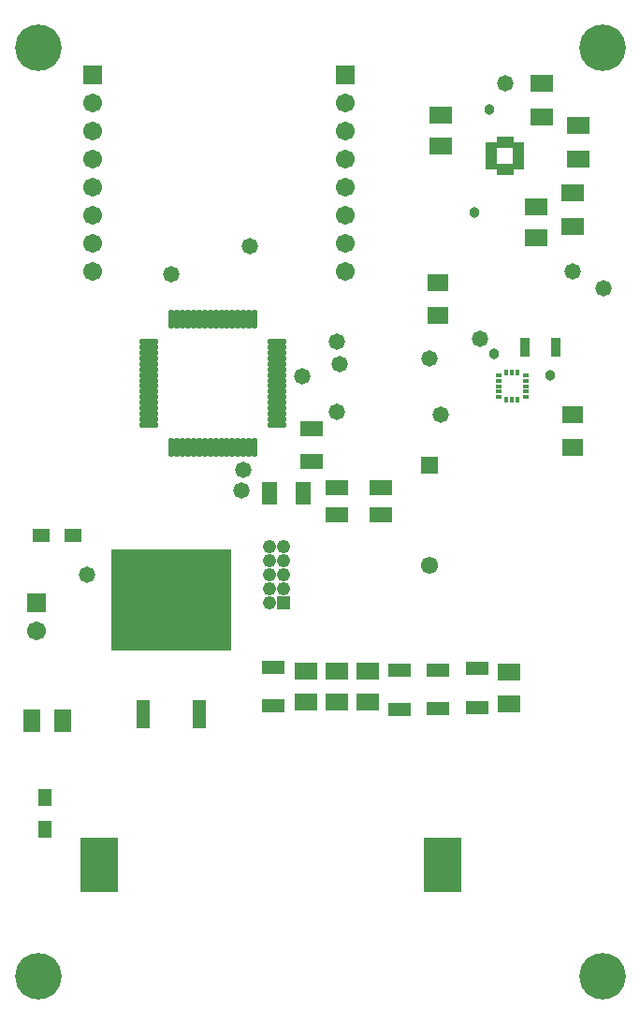
<source format=gts>
G04*
G04 #@! TF.GenerationSoftware,Altium Limited,Altium Designer,20.1.14 (287)*
G04*
G04 Layer_Color=8388736*
%FSLAX24Y24*%
%MOIN*%
G70*
G04*
G04 #@! TF.SameCoordinates,C6E9D1D4-3227-45F5-A25F-63411827B746*
G04*
G04*
G04 #@! TF.FilePolarity,Negative*
G04*
G01*
G75*
%ADD32R,0.0374X0.0669*%
%ADD37R,0.0513X0.0611*%
%ADD38R,0.0808X0.0611*%
%ADD39R,0.0769X0.0631*%
%ADD40R,0.0789X0.0611*%
%ADD41R,0.0395X0.0198*%
%ADD42R,0.0198X0.0395*%
%ADD43R,0.0493X0.1025*%
%ADD44R,0.4273X0.3584*%
%ADD45R,0.0789X0.0552*%
%ADD46O,0.0218X0.0710*%
%ADD47O,0.0710X0.0218*%
%ADD48R,0.0533X0.0789*%
%ADD49R,0.0789X0.0533*%
%ADD50R,0.0178X0.0218*%
%ADD51R,0.0218X0.0178*%
%ADD52R,0.0828X0.0454*%
%ADD53R,0.1320X0.1962*%
%ADD54R,0.0611X0.0789*%
%ADD55R,0.0611X0.0513*%
%ADD56C,0.0480*%
%ADD57R,0.0480X0.0480*%
%ADD58C,0.0611*%
%ADD59R,0.0611X0.0611*%
%ADD60R,0.0671X0.0671*%
%ADD61C,0.0671*%
%ADD62C,0.0580*%
%ADD63C,0.1655*%
%ADD64C,0.0380*%
D32*
X19600Y23600D02*
D03*
X18498D02*
D03*
D37*
X1400Y7550D02*
D03*
Y6428D02*
D03*
D38*
X20200Y27900D02*
D03*
Y29100D02*
D03*
X20400Y30299D02*
D03*
Y31500D02*
D03*
X19100Y33000D02*
D03*
Y31799D02*
D03*
D39*
X15400Y24719D02*
D03*
Y25900D02*
D03*
X20200Y21191D02*
D03*
Y20009D02*
D03*
D40*
X15500Y30749D02*
D03*
Y31851D02*
D03*
X18900Y28600D02*
D03*
Y27498D02*
D03*
X17950Y12002D02*
D03*
Y10900D02*
D03*
X11800Y12052D02*
D03*
Y10950D02*
D03*
X12900Y10951D02*
D03*
Y12054D02*
D03*
X10700D02*
D03*
Y10951D02*
D03*
D41*
X17308Y30794D02*
D03*
Y30597D02*
D03*
Y30400D02*
D03*
Y30203D02*
D03*
Y30006D02*
D03*
X18292D02*
D03*
Y30203D02*
D03*
Y30400D02*
D03*
Y30597D02*
D03*
Y30794D02*
D03*
D42*
X17603Y29908D02*
D03*
X17800D02*
D03*
X17997D02*
D03*
Y30892D02*
D03*
X17800D02*
D03*
X17603D02*
D03*
D43*
X4900Y10525D02*
D03*
X6900D02*
D03*
D44*
X5900Y14600D02*
D03*
D45*
X13387Y18572D02*
D03*
X11813D02*
D03*
Y17628D02*
D03*
X13387D02*
D03*
D46*
X5924Y24583D02*
D03*
X6120D02*
D03*
X6317D02*
D03*
X6514D02*
D03*
X6711D02*
D03*
X6908D02*
D03*
X7105D02*
D03*
X7302D02*
D03*
X7498D02*
D03*
X7695D02*
D03*
X7892D02*
D03*
X8089D02*
D03*
X8286D02*
D03*
X8483D02*
D03*
X8680D02*
D03*
X8876D02*
D03*
Y20017D02*
D03*
X8680D02*
D03*
X8483D02*
D03*
X8286D02*
D03*
X8089D02*
D03*
X7892D02*
D03*
X7695D02*
D03*
X7498D02*
D03*
X7302D02*
D03*
X7105D02*
D03*
X6908D02*
D03*
X6711D02*
D03*
X6514D02*
D03*
X6317D02*
D03*
X6120D02*
D03*
X5924D02*
D03*
D47*
X9683Y23776D02*
D03*
Y23580D02*
D03*
Y23383D02*
D03*
Y23186D02*
D03*
Y22989D02*
D03*
Y22792D02*
D03*
Y22595D02*
D03*
Y22398D02*
D03*
Y22202D02*
D03*
Y22005D02*
D03*
Y21808D02*
D03*
Y21611D02*
D03*
Y21414D02*
D03*
Y21217D02*
D03*
Y21020D02*
D03*
Y20824D02*
D03*
X5117D02*
D03*
Y21020D02*
D03*
Y21217D02*
D03*
Y21414D02*
D03*
Y21611D02*
D03*
Y21808D02*
D03*
Y22005D02*
D03*
Y22202D02*
D03*
Y22398D02*
D03*
Y22595D02*
D03*
Y22792D02*
D03*
Y22989D02*
D03*
Y23186D02*
D03*
Y23383D02*
D03*
Y23580D02*
D03*
Y23776D02*
D03*
D48*
X9419Y18400D02*
D03*
X10600D02*
D03*
D49*
X10900Y20691D02*
D03*
Y19509D02*
D03*
D50*
X17852Y22682D02*
D03*
X18049D02*
D03*
X18246D02*
D03*
Y21718D02*
D03*
X18049D02*
D03*
X17852D02*
D03*
D51*
X18531Y22594D02*
D03*
Y22397D02*
D03*
Y22200D02*
D03*
Y22003D02*
D03*
Y21806D02*
D03*
X17567D02*
D03*
Y22003D02*
D03*
Y22200D02*
D03*
Y22397D02*
D03*
Y22594D02*
D03*
D52*
X9550Y12200D02*
D03*
Y10802D02*
D03*
X15400Y12100D02*
D03*
Y10702D02*
D03*
X16800Y12150D02*
D03*
Y10752D02*
D03*
X14050Y12099D02*
D03*
Y10701D02*
D03*
D53*
X3340Y5150D02*
D03*
X15560D02*
D03*
D54*
X949Y10300D02*
D03*
X2051D02*
D03*
D55*
X1278Y16900D02*
D03*
X2400D02*
D03*
D56*
X9400Y16500D02*
D03*
X9900D02*
D03*
X9400Y16000D02*
D03*
X9900D02*
D03*
X9400Y15500D02*
D03*
X9900D02*
D03*
X9400Y15000D02*
D03*
X9900D02*
D03*
X9400Y14500D02*
D03*
D57*
X9900D02*
D03*
D58*
X15100Y15828D02*
D03*
D59*
Y19372D02*
D03*
D60*
X1100Y14500D02*
D03*
X12100Y33300D02*
D03*
X3100D02*
D03*
D61*
X1100Y13500D02*
D03*
X12100Y32300D02*
D03*
Y31300D02*
D03*
Y30300D02*
D03*
Y29300D02*
D03*
Y28300D02*
D03*
Y27300D02*
D03*
Y26300D02*
D03*
X3100Y32300D02*
D03*
Y31300D02*
D03*
Y30300D02*
D03*
Y29300D02*
D03*
Y28300D02*
D03*
Y27300D02*
D03*
Y26300D02*
D03*
D62*
X8465Y19213D02*
D03*
X10591Y22559D02*
D03*
X17800Y33000D02*
D03*
X21300Y25700D02*
D03*
X16900Y23900D02*
D03*
X15100Y23200D02*
D03*
X11800Y23800D02*
D03*
X20200Y26300D02*
D03*
X8700Y27200D02*
D03*
X15500Y21200D02*
D03*
X11900Y23000D02*
D03*
X8400Y18500D02*
D03*
X2900Y15500D02*
D03*
X5900Y26200D02*
D03*
X11800Y21300D02*
D03*
D63*
X1181Y1181D02*
D03*
X21260D02*
D03*
Y34252D02*
D03*
X1181D02*
D03*
D64*
X17250Y32050D02*
D03*
X16700Y28400D02*
D03*
X17400Y23350D02*
D03*
X19400Y22600D02*
D03*
M02*

</source>
